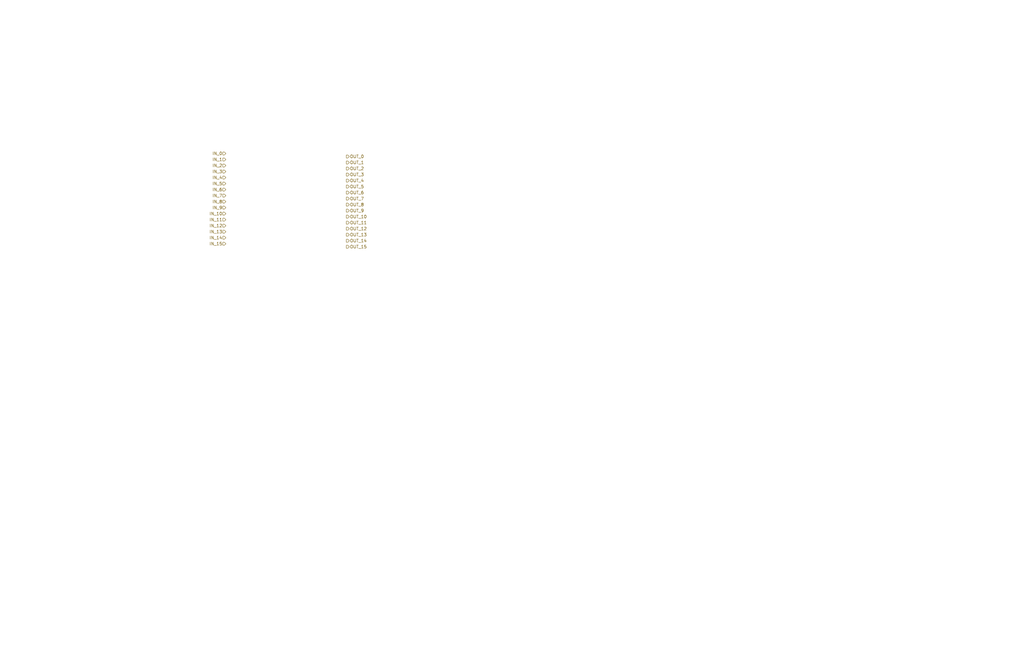
<source format=kicad_sch>
(kicad_sch
	(version 20250114)
	(generator "eeschema")
	(generator_version "9.0")
	(uuid "f5e52e94-ff12-4c2f-b293-6e6295b52c5d")
	(paper "B")
	(lib_symbols)
	(hierarchical_label "IN_15"
		(shape input)
		(at 95.25 102.87 180)
		(effects
			(font
				(size 1.27 1.27)
			)
			(justify right)
		)
		(uuid "0175efc0-da02-435d-8dd2-f2f427f26866")
	)
	(hierarchical_label "OUT_13"
		(shape output)
		(at 146.05 99.06 0)
		(effects
			(font
				(size 1.27 1.27)
			)
			(justify left)
		)
		(uuid "049de2a9-491c-4542-b3aa-f65cca766875")
	)
	(hierarchical_label "OUT_5"
		(shape output)
		(at 146.05 78.74 0)
		(effects
			(font
				(size 1.27 1.27)
			)
			(justify left)
		)
		(uuid "063153f8-8073-4d1e-96d7-0024b516ed57")
	)
	(hierarchical_label "OUT_2"
		(shape output)
		(at 146.05 71.12 0)
		(effects
			(font
				(size 1.27 1.27)
			)
			(justify left)
		)
		(uuid "0f1c37c9-b1cb-493b-8d06-935d18902500")
	)
	(hierarchical_label "OUT_7"
		(shape output)
		(at 146.05 83.82 0)
		(effects
			(font
				(size 1.27 1.27)
			)
			(justify left)
		)
		(uuid "134f59e9-3916-42c7-a28c-989224e075da")
	)
	(hierarchical_label "IN_14"
		(shape input)
		(at 95.25 100.33 180)
		(effects
			(font
				(size 1.27 1.27)
			)
			(justify right)
		)
		(uuid "1f7c55ff-bbb2-4546-a9ed-82ce05d0fb5b")
	)
	(hierarchical_label "IN_0"
		(shape input)
		(at 95.25 64.77 180)
		(effects
			(font
				(size 1.27 1.27)
			)
			(justify right)
		)
		(uuid "214f38c6-91b2-41e8-b2d9-0282455a5c7f")
	)
	(hierarchical_label "OUT_10"
		(shape output)
		(at 146.05 91.44 0)
		(effects
			(font
				(size 1.27 1.27)
			)
			(justify left)
		)
		(uuid "22b772fa-f454-4131-bdcc-31a902e30ec8")
	)
	(hierarchical_label "IN_4"
		(shape input)
		(at 95.25 74.93 180)
		(effects
			(font
				(size 1.27 1.27)
			)
			(justify right)
		)
		(uuid "338f8b0e-2445-4452-854a-47ff11303dc5")
	)
	(hierarchical_label "OUT_14"
		(shape output)
		(at 146.05 101.6 0)
		(effects
			(font
				(size 1.27 1.27)
			)
			(justify left)
		)
		(uuid "4d2c1646-f5f5-4c71-858f-27d617015848")
	)
	(hierarchical_label "IN_8"
		(shape input)
		(at 95.25 85.09 180)
		(effects
			(font
				(size 1.27 1.27)
			)
			(justify right)
		)
		(uuid "5a067e3e-2fb9-45c5-9e96-3d8421e771f0")
	)
	(hierarchical_label "IN_2"
		(shape input)
		(at 95.25 69.85 180)
		(effects
			(font
				(size 1.27 1.27)
			)
			(justify right)
		)
		(uuid "615bedf7-8f47-47af-b215-088090d30c36")
	)
	(hierarchical_label "OUT_6"
		(shape output)
		(at 146.05 81.28 0)
		(effects
			(font
				(size 1.27 1.27)
			)
			(justify left)
		)
		(uuid "667e4aa5-369f-4eb0-8585-2996fc5ca9a9")
	)
	(hierarchical_label "IN_5"
		(shape input)
		(at 95.25 77.47 180)
		(effects
			(font
				(size 1.27 1.27)
			)
			(justify right)
		)
		(uuid "67beee71-1ef2-47cd-8416-d6dfb084be4d")
	)
	(hierarchical_label "IN_3"
		(shape input)
		(at 95.25 72.39 180)
		(effects
			(font
				(size 1.27 1.27)
			)
			(justify right)
		)
		(uuid "8892daff-bb86-43d3-b58a-4bf7daf9820d")
	)
	(hierarchical_label "OUT_1"
		(shape output)
		(at 146.05 68.58 0)
		(effects
			(font
				(size 1.27 1.27)
			)
			(justify left)
		)
		(uuid "93ef40b1-37e2-4d88-b69a-e4ce41234cef")
	)
	(hierarchical_label "IN_13"
		(shape input)
		(at 95.25 97.79 180)
		(effects
			(font
				(size 1.27 1.27)
			)
			(justify right)
		)
		(uuid "9579d4b6-f245-4a7a-8b78-97e038eb76ea")
	)
	(hierarchical_label "IN_11"
		(shape input)
		(at 95.25 92.71 180)
		(effects
			(font
				(size 1.27 1.27)
			)
			(justify right)
		)
		(uuid "95ba613b-ddca-4061-87be-560143a77dbc")
	)
	(hierarchical_label "IN_12"
		(shape input)
		(at 95.25 95.25 180)
		(effects
			(font
				(size 1.27 1.27)
			)
			(justify right)
		)
		(uuid "9d1644ac-4bdf-46e8-8226-027b819af3ff")
	)
	(hierarchical_label "IN_10"
		(shape input)
		(at 95.25 90.17 180)
		(effects
			(font
				(size 1.27 1.27)
			)
			(justify right)
		)
		(uuid "a5979f5a-a9cb-41c8-b131-d1091296533a")
	)
	(hierarchical_label "IN_6"
		(shape input)
		(at 95.25 80.01 180)
		(effects
			(font
				(size 1.27 1.27)
			)
			(justify right)
		)
		(uuid "add2b83c-5b88-44b9-8ae7-ce22604e50db")
	)
	(hierarchical_label "OUT_9"
		(shape output)
		(at 146.05 88.9 0)
		(effects
			(font
				(size 1.27 1.27)
			)
			(justify left)
		)
		(uuid "b2434cec-56f7-4cd4-85d4-e4c677b659f7")
	)
	(hierarchical_label "OUT_8"
		(shape output)
		(at 146.05 86.36 0)
		(effects
			(font
				(size 1.27 1.27)
			)
			(justify left)
		)
		(uuid "b2dbedd7-53f1-46a0-b827-8fcd6336fef0")
	)
	(hierarchical_label "OUT_4"
		(shape output)
		(at 146.05 76.2 0)
		(effects
			(font
				(size 1.27 1.27)
			)
			(justify left)
		)
		(uuid "b56a93d4-fc72-4609-912c-6228d62e345c")
	)
	(hierarchical_label "IN_9"
		(shape input)
		(at 95.25 87.63 180)
		(effects
			(font
				(size 1.27 1.27)
			)
			(justify right)
		)
		(uuid "bd4842c7-d818-4cbb-96e2-c6d03bbd4648")
	)
	(hierarchical_label "OUT_15"
		(shape output)
		(at 146.05 104.14 0)
		(effects
			(font
				(size 1.27 1.27)
			)
			(justify left)
		)
		(uuid "ccb7db84-1987-4720-bd68-fd48273b1028")
	)
	(hierarchical_label "IN_7"
		(shape input)
		(at 95.25 82.55 180)
		(effects
			(font
				(size 1.27 1.27)
			)
			(justify right)
		)
		(uuid "cf216a32-6348-44bb-a50b-c0e42a5cc99c")
	)
	(hierarchical_label "OUT_12"
		(shape output)
		(at 146.05 96.52 0)
		(effects
			(font
				(size 1.27 1.27)
			)
			(justify left)
		)
		(uuid "d3752ed4-42a8-441f-a703-39044fa36105")
	)
	(hierarchical_label "OUT_3"
		(shape output)
		(at 146.05 73.66 0)
		(effects
			(font
				(size 1.27 1.27)
			)
			(justify left)
		)
		(uuid "e9a2fa39-f58a-467c-ac5b-e03decc66c11")
	)
	(hierarchical_label "IN_1"
		(shape input)
		(at 95.25 67.31 180)
		(effects
			(font
				(size 1.27 1.27)
			)
			(justify right)
		)
		(uuid "e9f0f5cf-5e81-431b-82f0-6f3297086a02")
	)
	(hierarchical_label "OUT_0"
		(shape output)
		(at 146.05 66.04 0)
		(effects
			(font
				(size 1.27 1.27)
			)
			(justify left)
		)
		(uuid "f587d755-5c33-4cc4-9d7a-bb97a3881146")
	)
	(hierarchical_label "OUT_11"
		(shape output)
		(at 146.05 93.98 0)
		(effects
			(font
				(size 1.27 1.27)
			)
			(justify left)
		)
		(uuid "fdc3ebe0-ec7d-4377-9fcd-0061d93a75ee")
	)
)

</source>
